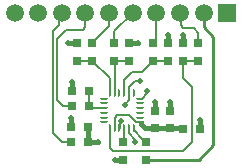
<source format=gtl>
G04*
G04 #@! TF.GenerationSoftware,Altium Limited,Altium Designer,20.0.13 (296)*
G04*
G04 Layer_Physical_Order=1*
G04 Layer_Color=255*
%FSLAX25Y25*%
%MOIN*%
G70*
G01*
G75*
%ADD13C,0.01000*%
%ADD14C,0.00800*%
%ADD15R,0.02953X0.03150*%
%ADD16R,0.03150X0.02953*%
G04:AMPARAMS|DCode=17|XSize=23.62mil|YSize=9.06mil|CornerRadius=4.53mil|HoleSize=0mil|Usage=FLASHONLY|Rotation=270.000|XOffset=0mil|YOffset=0mil|HoleType=Round|Shape=RoundedRectangle|*
%AMROUNDEDRECTD17*
21,1,0.02362,0.00000,0,0,270.0*
21,1,0.01456,0.00906,0,0,270.0*
1,1,0.00906,0.00000,-0.00728*
1,1,0.00906,0.00000,0.00728*
1,1,0.00906,0.00000,0.00728*
1,1,0.00906,0.00000,-0.00728*
%
%ADD17ROUNDEDRECTD17*%
G04:AMPARAMS|DCode=18|XSize=23.62mil|YSize=9.06mil|CornerRadius=4.53mil|HoleSize=0mil|Usage=FLASHONLY|Rotation=180.000|XOffset=0mil|YOffset=0mil|HoleType=Round|Shape=RoundedRectangle|*
%AMROUNDEDRECTD18*
21,1,0.02362,0.00000,0,0,180.0*
21,1,0.01456,0.00906,0,0,180.0*
1,1,0.00906,-0.00728,0.00000*
1,1,0.00906,0.00728,0.00000*
1,1,0.00906,0.00728,0.00000*
1,1,0.00906,-0.00728,0.00000*
%
%ADD18ROUNDEDRECTD18*%
%ADD25C,0.01500*%
%ADD26C,0.05906*%
%ADD27R,0.05906X0.05906*%
%ADD28C,0.01968*%
D13*
X472748Y273252D02*
Y278000D01*
Y273252D02*
X476000Y270000D01*
Y234000D02*
Y270000D01*
X471146Y229146D02*
X476000Y234000D01*
X453500Y229146D02*
X471146D01*
D14*
X466000Y262146D02*
X471000D01*
X454000Y251303D02*
Y252000D01*
X451406Y249437D02*
X452134D01*
X454000Y251303D01*
X446500Y247500D02*
X447862Y248862D01*
Y251406D01*
X450000Y255500D02*
X451500D01*
X447862Y253362D02*
X450000Y255500D01*
X447862Y251406D02*
Y253362D01*
X428646Y235000D02*
X429000D01*
X425500D02*
X428646D01*
X422500Y238000D02*
Y272000D01*
Y238000D02*
X425500Y235000D01*
X442500Y232000D02*
X466000D01*
X441563Y232937D02*
Y239594D01*
Y232937D02*
X442500Y232000D01*
X466000Y273000D02*
X469500D01*
X471000Y267854D02*
Y271500D01*
X469500Y273000D02*
X471000Y271500D01*
X465153Y273847D02*
X466000Y273000D01*
X445143Y241700D02*
Y242016D01*
X444733Y241290D02*
X445143Y241700D01*
X444733Y239614D02*
Y241290D01*
X444713Y239594D02*
X444733Y239614D01*
X443158Y243158D02*
X444000Y244000D01*
X443158Y239614D02*
Y243158D01*
X444000Y244000D02*
X447761D01*
X450076Y241685D01*
X445098Y234854D02*
X445211D01*
X446287Y235931D01*
Y239594D01*
X450000Y235000D02*
Y235783D01*
X447882Y237900D02*
X450000Y235783D01*
X447882Y237900D02*
Y239574D01*
X447862Y239594D02*
X447882Y239574D01*
X422500Y272000D02*
X424527Y274027D01*
Y277023D02*
X425504Y278000D01*
X424527Y274027D02*
Y277023D01*
X433378Y273378D02*
Y278000D01*
X432500Y272500D02*
X433378Y273378D01*
X427000Y272500D02*
X432500D01*
X424000Y269500D02*
X427000Y272500D01*
X424000Y249000D02*
Y269500D01*
Y249000D02*
X426000Y247000D01*
X428791D01*
X443138Y239594D02*
X443158Y239614D01*
X451386Y241583D02*
X451406Y241563D01*
X450231Y241583D02*
X451386D01*
X450129Y241685D02*
X450231Y241583D01*
X450076Y241685D02*
X450129D01*
X464874Y278000D02*
X465153Y277721D01*
Y273847D02*
Y277721D01*
X457000Y268854D02*
Y278000D01*
X456000Y267854D02*
X457000Y268854D01*
X443000Y271874D02*
X449126Y278000D01*
X443000Y267854D02*
Y271874D01*
X441252Y273508D02*
Y278000D01*
X435598Y267854D02*
X441252Y273508D01*
X435500Y267854D02*
X435598D01*
X434500Y247000D02*
Y252000D01*
X466000Y256500D02*
Y262146D01*
Y256500D02*
X469000Y253500D01*
Y235000D02*
Y253500D01*
X466000Y232000D02*
X469000Y235000D01*
X449437Y238866D02*
Y239594D01*
Y238866D02*
X452325Y235978D01*
Y235931D02*
Y235978D01*
Y235931D02*
X453402Y234854D01*
X453500D01*
X435213Y246287D02*
X439594D01*
X434500Y247000D02*
X435213Y246287D01*
X430500Y262146D02*
X435500D01*
X441563Y251406D02*
Y256181D01*
X435598Y262146D02*
X441563Y256181D01*
X435500Y262146D02*
X435598D01*
X456000D02*
X461000D01*
X455902D02*
X456000D01*
X452256Y258500D02*
X455902Y262146D01*
X449000Y258500D02*
X452256D01*
X446287Y255787D02*
X449000Y258500D01*
X446287Y251406D02*
Y255787D01*
X443000Y262146D02*
X448000D01*
X443138Y251406D02*
Y262008D01*
X443000Y262146D02*
X443138Y262008D01*
D15*
X466000Y239500D02*
D03*
X471709D02*
D03*
X428791Y252000D02*
D03*
X434500D02*
D03*
X428791Y247000D02*
D03*
X434500D02*
D03*
X428646Y240000D02*
D03*
X434354D02*
D03*
X428646Y235000D02*
D03*
X434354D02*
D03*
D16*
X461500Y245354D02*
D03*
Y239646D02*
D03*
X456500Y245354D02*
D03*
Y239646D02*
D03*
X453500Y229146D02*
D03*
Y234854D02*
D03*
X446000Y229146D02*
D03*
Y234854D02*
D03*
X471000Y267854D02*
D03*
Y262146D02*
D03*
X466000Y267854D02*
D03*
Y262146D02*
D03*
X461000Y267854D02*
D03*
Y262146D02*
D03*
X456000Y267854D02*
D03*
Y262146D02*
D03*
X448000Y267854D02*
D03*
Y262146D02*
D03*
X443000Y267854D02*
D03*
Y262146D02*
D03*
X435500Y267854D02*
D03*
Y262146D02*
D03*
X430500Y267854D02*
D03*
Y262146D02*
D03*
D17*
X441563Y251406D02*
D03*
X443138D02*
D03*
X444713D02*
D03*
X446287D02*
D03*
X447862D02*
D03*
X449437D02*
D03*
Y239594D02*
D03*
X447862D02*
D03*
X446287D02*
D03*
X444713D02*
D03*
X443138D02*
D03*
X441563D02*
D03*
D18*
X451406Y249437D02*
D03*
Y247862D02*
D03*
Y246287D02*
D03*
Y244713D02*
D03*
Y243138D02*
D03*
Y241563D02*
D03*
X439594D02*
D03*
Y243138D02*
D03*
Y244713D02*
D03*
Y246287D02*
D03*
Y247862D02*
D03*
Y249437D02*
D03*
D25*
X471709Y239500D02*
Y242354D01*
X461500Y245354D02*
Y248209D01*
X456500Y245354D02*
Y248209D01*
X434354Y235000D02*
X437500D01*
X443146Y229146D02*
X446000D01*
X434354Y235000D02*
Y240000D01*
X428646D02*
Y242854D01*
X428791Y252000D02*
Y254854D01*
X466000Y267854D02*
Y270709D01*
X461000Y267854D02*
Y270709D01*
X448000Y267854D02*
X450854D01*
X427646D02*
X430500D01*
X461500Y239573D02*
X465927D01*
X456573D02*
X461500D01*
X453323Y239646D02*
X456500D01*
X451837Y241132D02*
X453323Y239646D01*
X451837Y241132D02*
Y241266D01*
X465927Y239573D02*
X466000Y239500D01*
X456500Y239646D02*
X456573Y239573D01*
D26*
X464874Y278000D02*
D03*
X409756D02*
D03*
X417630D02*
D03*
X425504D02*
D03*
X433378D02*
D03*
X441252D02*
D03*
X449126D02*
D03*
X457000D02*
D03*
X472748D02*
D03*
D27*
X480622D02*
D03*
D28*
X454000Y252000D02*
D03*
X471709Y242354D02*
D03*
X446500Y247500D02*
D03*
X451500Y255500D02*
D03*
X461500Y248209D02*
D03*
X456500D02*
D03*
X437500Y235000D02*
D03*
X443146Y229146D02*
D03*
X428646Y242854D02*
D03*
X428791Y254854D02*
D03*
X466000Y270709D02*
D03*
X461000D02*
D03*
X450854Y267854D02*
D03*
X427646D02*
D03*
X445143Y242016D02*
D03*
X450000Y235000D02*
D03*
M02*

</source>
